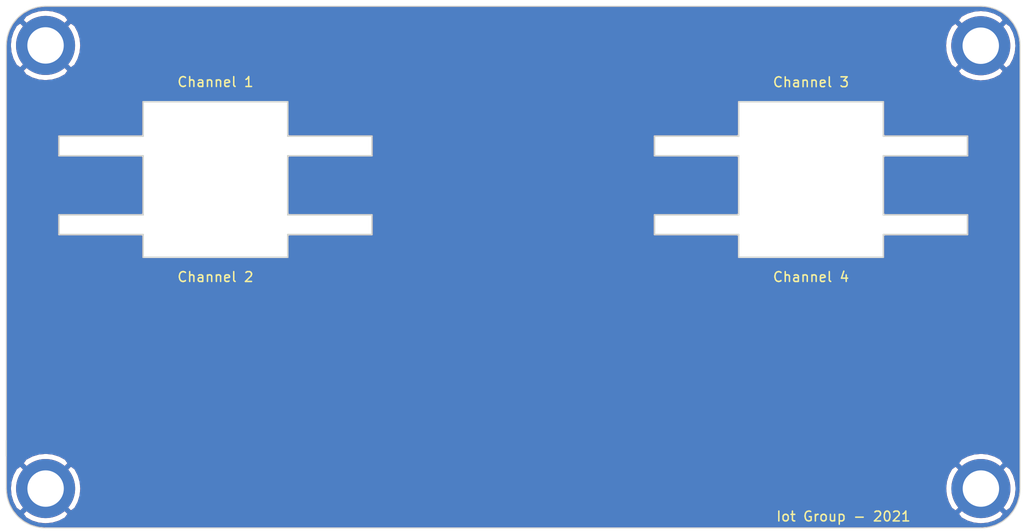
<source format=kicad_pcb>
(kicad_pcb (version 20171130) (host pcbnew 5.1.10-88a1d61d58~90~ubuntu20.04.1)

  (general
    (thickness 1.6)
    (drawings 54)
    (tracks 0)
    (zones 0)
    (modules 4)
    (nets 2)
  )

  (page A4)
  (layers
    (0 F.Cu signal)
    (31 B.Cu signal)
    (32 B.Adhes user)
    (33 F.Adhes user)
    (34 B.Paste user)
    (35 F.Paste user)
    (36 B.SilkS user)
    (37 F.SilkS user)
    (38 B.Mask user)
    (39 F.Mask user)
    (40 Dwgs.User user)
    (41 Cmts.User user)
    (42 Eco1.User user)
    (43 Eco2.User user)
    (44 Edge.Cuts user)
    (45 Margin user)
    (46 B.CrtYd user)
    (47 F.CrtYd user)
    (48 B.Fab user)
    (49 F.Fab user)
  )

  (setup
    (last_trace_width 0.25)
    (user_trace_width 0.3)
    (user_trace_width 0.4)
    (user_trace_width 0.5)
    (user_trace_width 0.6)
    (user_trace_width 0.8)
    (user_trace_width 1)
    (user_trace_width 0.3)
    (user_trace_width 0.4)
    (user_trace_width 0.5)
    (user_trace_width 0.6)
    (user_trace_width 0.8)
    (user_trace_width 1)
    (user_trace_width 0.3)
    (user_trace_width 0.4)
    (user_trace_width 0.5)
    (user_trace_width 0.6)
    (user_trace_width 0.8)
    (user_trace_width 1)
    (user_trace_width 0.3)
    (user_trace_width 0.4)
    (user_trace_width 0.5)
    (user_trace_width 0.6)
    (user_trace_width 0.8)
    (user_trace_width 1)
    (user_trace_width 0.3)
    (user_trace_width 0.4)
    (user_trace_width 0.5)
    (user_trace_width 0.6)
    (user_trace_width 0.8)
    (user_trace_width 1)
    (user_trace_width 0.3)
    (user_trace_width 0.4)
    (user_trace_width 0.5)
    (user_trace_width 0.6)
    (user_trace_width 0.8)
    (user_trace_width 1)
    (user_trace_width 0.3)
    (user_trace_width 0.4)
    (user_trace_width 0.5)
    (user_trace_width 0.6)
    (user_trace_width 0.8)
    (user_trace_width 1)
    (user_trace_width 0.3)
    (user_trace_width 0.4)
    (user_trace_width 0.5)
    (user_trace_width 0.6)
    (user_trace_width 0.8)
    (user_trace_width 1)
    (user_trace_width 0.3)
    (user_trace_width 0.4)
    (user_trace_width 0.5)
    (user_trace_width 0.6)
    (user_trace_width 0.8)
    (user_trace_width 1)
    (trace_clearance 0.2)
    (zone_clearance 0)
    (zone_45_only no)
    (trace_min 0.2)
    (via_size 0.6)
    (via_drill 0.4)
    (via_min_size 0.4)
    (via_min_drill 0.3)
    (uvia_size 0.3)
    (uvia_drill 0.1)
    (uvias_allowed no)
    (uvia_min_size 0.2)
    (uvia_min_drill 0.1)
    (edge_width 0.15)
    (segment_width 0.15)
    (pcb_text_width 0.3)
    (pcb_text_size 1.5 1.5)
    (mod_edge_width 0.15)
    (mod_text_size 1 1)
    (mod_text_width 0.15)
    (pad_size 6 6)
    (pad_drill 3.7)
    (pad_to_mask_clearance 0.2)
    (aux_axis_origin 0 0)
    (grid_origin 135.39724 84.19084)
    (visible_elements FFFFF77F)
    (pcbplotparams
      (layerselection 0x01000_7ffffffe)
      (usegerberextensions false)
      (usegerberattributes true)
      (usegerberadvancedattributes true)
      (creategerberjobfile false)
      (excludeedgelayer true)
      (linewidth 0.100000)
      (plotframeref false)
      (viasonmask false)
      (mode 1)
      (useauxorigin false)
      (hpglpennumber 1)
      (hpglpenspeed 20)
      (hpglpendiameter 15.000000)
      (psnegative false)
      (psa4output false)
      (plotreference true)
      (plotvalue true)
      (plotinvisibletext false)
      (padsonsilk false)
      (subtractmaskfromsilk false)
      (outputformat 1)
      (mirror false)
      (drillshape 0)
      (scaleselection 1)
      (outputdirectory "GerberPanel/"))
  )

  (net 0 "")
  (net 1 GND)

  (net_class Default "This is the default net class."
    (clearance 0.2)
    (trace_width 0.25)
    (via_dia 0.6)
    (via_drill 0.4)
    (uvia_dia 0.3)
    (uvia_drill 0.1)
    (add_net GND)
  )

  (module Pin_Headers:Pin_Header_Straight_1x01_Pitch2.54mm (layer B.Cu) (tedit 59F76A34) (tstamp 607F3995)
    (at 70.01068 111.85968 180)
    (descr "Through hole straight pin header, 1x01, 2.54mm pitch, single row")
    (tags "Through hole pin header THT 1x01 2.54mm single row")
    (fp_text reference REF** (at 0 2.33) (layer B.SilkS) hide
      (effects (font (size 1 1) (thickness 0.15)) (justify mirror))
    )
    (fp_text value Pin_Header_Straight_1x01_Pitch2.54mm (at 0 -2.33) (layer B.Fab) hide
      (effects (font (size 1 1) (thickness 0.15)) (justify mirror))
    )
    (pad 1 thru_hole circle (at 0 0 180) (size 6 6) (drill 3.7) (layers *.Cu *.Mask)
      (net 1 GND))
    (model ${KISYS3DMOD}/Pin_Headers.3dshapes/Pin_Header_Straight_1x01_Pitch2.54mm.wrl
      (at (xyz 0 0 0))
      (scale (xyz 1 1 1))
      (rotate (xyz 0 0 0))
    )
  )

  (module Pin_Headers:Pin_Header_Straight_1x01_Pitch2.54mm (layer B.Cu) (tedit 59F76A2A) (tstamp 607F38F3)
    (at 165.02192 66.86612 180)
    (descr "Through hole straight pin header, 1x01, 2.54mm pitch, single row")
    (tags "Through hole pin header THT 1x01 2.54mm single row")
    (fp_text reference REF** (at 0 2.33) (layer B.SilkS) hide
      (effects (font (size 1 1) (thickness 0.15)) (justify mirror))
    )
    (fp_text value Pin_Header_Straight_1x01_Pitch2.54mm (at 0 -2.33) (layer B.Fab) hide
      (effects (font (size 1 1) (thickness 0.15)) (justify mirror))
    )
    (pad 1 thru_hole circle (at 0 0 180) (size 6 6) (drill 3.7) (layers *.Cu *.Mask)
      (net 1 GND))
    (model ${KISYS3DMOD}/Pin_Headers.3dshapes/Pin_Header_Straight_1x01_Pitch2.54mm.wrl
      (at (xyz 0 0 0))
      (scale (xyz 1 1 1))
      (rotate (xyz 0 0 0))
    )
  )

  (module Pin_Headers:Pin_Header_Straight_1x01_Pitch2.54mm (layer B.Cu) (tedit 59F76A30) (tstamp 607F3986)
    (at 70.0056 66.83564 180)
    (descr "Through hole straight pin header, 1x01, 2.54mm pitch, single row")
    (tags "Through hole pin header THT 1x01 2.54mm single row")
    (fp_text reference REF** (at 0 2.33) (layer B.SilkS) hide
      (effects (font (size 1 1) (thickness 0.15)) (justify mirror))
    )
    (fp_text value Pin_Header_Straight_1x01_Pitch2.54mm (at 0 -2.33) (layer B.Fab) hide
      (effects (font (size 1 1) (thickness 0.15)) (justify mirror))
    )
    (pad 1 thru_hole circle (at 0 0 180) (size 6 6) (drill 3.7) (layers *.Cu *.Mask)
      (net 1 GND))
    (model ${KISYS3DMOD}/Pin_Headers.3dshapes/Pin_Header_Straight_1x01_Pitch2.54mm.wrl
      (at (xyz 0 0 0))
      (scale (xyz 1 1 1))
      (rotate (xyz 0 0 0))
    )
  )

  (module Pin_Headers:Pin_Header_Straight_1x01_Pitch2.54mm (layer B.Cu) (tedit 59F76A38) (tstamp 607F39B6)
    (at 165.03716 111.85968 180)
    (descr "Through hole straight pin header, 1x01, 2.54mm pitch, single row")
    (tags "Through hole pin header THT 1x01 2.54mm single row")
    (fp_text reference REF** (at 0 2.33) (layer B.SilkS) hide
      (effects (font (size 1 1) (thickness 0.15)) (justify mirror))
    )
    (fp_text value Pin_Header_Straight_1x01_Pitch2.54mm (at 0 -2.33) (layer B.Fab) hide
      (effects (font (size 1 1) (thickness 0.15)) (justify mirror))
    )
    (pad 1 thru_hole circle (at 0 0 180) (size 6 6) (drill 3.7) (layers *.Cu *.Mask)
      (net 1 GND))
    (model ${KISYS3DMOD}/Pin_Headers.3dshapes/Pin_Header_Straight_1x01_Pitch2.54mm.wrl
      (at (xyz 0 0 0))
      (scale (xyz 1 1 1))
      (rotate (xyz 0 0 0))
    )
  )

  (gr_text "Iot Group - 2021" (at 151.07724 114.69084) (layer F.SilkS)
    (effects (font (size 1 1) (thickness 0.15)))
  )
  (gr_text "Channel 4" (at 147.77724 90.36084) (layer F.SilkS)
    (effects (font (size 1 1) (thickness 0.15)))
  )
  (gr_text "Channel 3" (at 147.77724 70.57084) (layer F.SilkS) (tstamp 6160538A)
    (effects (font (size 1 1) (thickness 0.15)))
  )
  (gr_text "Channel 2" (at 87.26724 90.36084) (layer F.SilkS) (tstamp 6160539E)
    (effects (font (size 1 1) (thickness 0.15)))
  )
  (gr_text "Channel 1" (at 87.26724 70.55084) (layer F.SilkS) (tstamp 6160535E)
    (effects (font (size 1 1) (thickness 0.15)))
  )
  (gr_line (start 155.12724 72.56084) (end 140.42724 72.56084) (layer Edge.Cuts) (width 0.15) (tstamp 61545FE7))
  (gr_line (start 155.12724 76.05084) (end 155.12724 72.56084) (layer Edge.Cuts) (width 0.15))
  (gr_line (start 163.67724 76.05084) (end 155.12724 76.05084) (layer Edge.Cuts) (width 0.15))
  (gr_line (start 163.67724 78.05084) (end 163.67724 76.05084) (layer Edge.Cuts) (width 0.15))
  (gr_line (start 155.12724 78.05084) (end 163.67724 78.05084) (layer Edge.Cuts) (width 0.15))
  (gr_line (start 155.12724 84.05084) (end 155.12724 78.05084) (layer Edge.Cuts) (width 0.15))
  (gr_line (start 163.67724 84.05084) (end 155.12724 84.05084) (layer Edge.Cuts) (width 0.15))
  (gr_line (start 163.67724 86.05084) (end 163.67724 84.05084) (layer Edge.Cuts) (width 0.15))
  (gr_line (start 155.12724 86.05084) (end 163.67724 86.05084) (layer Edge.Cuts) (width 0.15))
  (gr_line (start 155.12724 88.36084) (end 155.12724 86.05084) (layer Edge.Cuts) (width 0.15))
  (gr_line (start 140.42724 88.36084) (end 155.12724 88.36084) (layer Edge.Cuts) (width 0.15))
  (gr_line (start 140.42724 86.05084) (end 140.42724 88.36084) (layer Edge.Cuts) (width 0.15))
  (gr_line (start 131.87724 86.05084) (end 140.42724 86.05084) (layer Edge.Cuts) (width 0.15))
  (gr_line (start 131.87724 84.05084) (end 131.87724 86.05084) (layer Edge.Cuts) (width 0.15))
  (gr_line (start 140.42724 84.05084) (end 131.87724 84.05084) (layer Edge.Cuts) (width 0.15))
  (gr_line (start 140.42724 78.05084) (end 140.42724 84.05084) (layer Edge.Cuts) (width 0.15))
  (gr_line (start 131.87724 78.05084) (end 140.42724 78.05084) (layer Edge.Cuts) (width 0.15))
  (gr_line (start 131.87724 76.05084) (end 131.87724 78.05084) (layer Edge.Cuts) (width 0.15))
  (gr_line (start 140.42724 76.05084) (end 131.87724 76.05084) (layer Edge.Cuts) (width 0.15))
  (gr_line (start 79.91724 72.56084) (end 79.91724 76.05084) (layer Edge.Cuts) (width 0.15) (tstamp 61545F79))
  (gr_line (start 94.61724 72.56084) (end 79.91724 72.56084) (layer Edge.Cuts) (width 0.15))
  (gr_line (start 94.61724 76.05084) (end 94.61724 72.56084) (layer Edge.Cuts) (width 0.15))
  (gr_line (start 103.16724 76.05084) (end 94.61724 76.05084) (layer Edge.Cuts) (width 0.15))
  (gr_line (start 103.16724 78.05084) (end 103.16724 76.05084) (layer Edge.Cuts) (width 0.15))
  (gr_line (start 94.61724 78.05084) (end 103.16724 78.05084) (layer Edge.Cuts) (width 0.15))
  (gr_line (start 94.61724 84.05084) (end 94.61724 78.05084) (layer Edge.Cuts) (width 0.15))
  (gr_line (start 103.16724 84.05084) (end 94.61724 84.05084) (layer Edge.Cuts) (width 0.15))
  (gr_line (start 103.16724 86.05084) (end 103.16724 84.05084) (layer Edge.Cuts) (width 0.15))
  (gr_line (start 94.61724 86.05084) (end 103.16724 86.05084) (layer Edge.Cuts) (width 0.15))
  (gr_line (start 94.61724 88.36084) (end 94.61724 86.05084) (layer Edge.Cuts) (width 0.15))
  (gr_line (start 79.91724 88.36084) (end 94.61724 88.36084) (layer Edge.Cuts) (width 0.15))
  (gr_line (start 79.91724 86.05084) (end 79.91724 88.36084) (layer Edge.Cuts) (width 0.15))
  (gr_line (start 71.36724 86.05084) (end 79.91724 86.05084) (layer Edge.Cuts) (width 0.15))
  (gr_line (start 71.36724 84.05084) (end 71.36724 86.05084) (layer Edge.Cuts) (width 0.15))
  (gr_line (start 79.91724 84.05084) (end 71.36724 84.05084) (layer Edge.Cuts) (width 0.15))
  (gr_line (start 79.91724 78.05084) (end 79.91724 84.05084) (layer Edge.Cuts) (width 0.15))
  (gr_line (start 71.36724 78.05084) (end 79.91724 78.05084) (layer Edge.Cuts) (width 0.15))
  (gr_line (start 71.36724 78.05084) (end 71.36724 76.05084) (layer Edge.Cuts) (width 0.15) (tstamp 61545AF8))
  (gr_line (start 140.42724 76.05084) (end 140.42724 72.56084) (layer Edge.Cuts) (width 0.15) (tstamp 61545EC2))
  (gr_line (start 71.36724 76.05084) (end 79.91724 76.05084) (layer Edge.Cuts) (width 0.15) (tstamp 61545B07))
  (gr_line (start 70.008758 115.85804) (end 165.028758 115.85804) (layer Edge.Cuts) (width 0.1) (tstamp 607F3905))
  (gr_arc (start 70.008758 111.86804) (end 70.008758 115.85804) (angle 90) (layer Edge.Cuts) (width 0.1) (tstamp 607F3902))
  (gr_arc (start 165.028758 111.86804) (end 169.018758 111.86804) (angle 90) (layer Edge.Cuts) (width 0.1) (tstamp 607F3908))
  (gr_line (start 66.018758 108.56804) (end 66.018758 106.96804) (layer Edge.Cuts) (width 0.1) (tstamp 607F38E4))
  (gr_line (start 66.018758 66.84804) (end 66.018758 111.86804) (layer Edge.Cuts) (width 0.1) (tstamp 607F3911))
  (gr_line (start 169.018758 111.86804) (end 169.018758 66.84804) (layer Edge.Cuts) (width 0.1) (tstamp 607F390E))
  (gr_arc (start 165.028758 66.84804) (end 165.028758 62.85804) (angle 90) (layer Edge.Cuts) (width 0.1) (tstamp 607F390B))
  (gr_arc (start 70.008758 66.84804) (end 66.018758 66.84804) (angle 90) (layer Edge.Cuts) (width 0.1) (tstamp 607F38FF))
  (gr_line (start 165.028758 62.85804) (end 70.008758 62.85804) (layer Edge.Cuts) (width 0.1) (tstamp 607F3956))

  (zone (net 1) (net_name GND) (layer F.Cu) (tstamp 61547F62) (hatch edge 0.508)
    (connect_pads (clearance 0))
    (min_thickness 0.254)
    (fill yes (arc_segments 32) (thermal_gap 0.508) (thermal_bridge_width 0.508))
    (polygon
      (pts
        (xy 169.43724 116.28084) (xy 65.37724 116.28084) (xy 65.37724 62.22084) (xy 169.43724 62.22084)
      )
    )
    (filled_polygon
      (pts
        (xy 165.769205 63.10849) (xy 166.481455 63.32353) (xy 167.138373 63.67282) (xy 167.714928 64.143048) (xy 168.189175 64.716312)
        (xy 168.543041 65.370773) (xy 168.763047 66.0815) (xy 168.841693 66.829765) (xy 168.841759 66.848656) (xy 168.841758 111.859386)
        (xy 168.768307 112.608491) (xy 168.553266 113.32074) (xy 168.203979 113.977652) (xy 167.73375 114.554211) (xy 167.160486 115.028457)
        (xy 166.506025 115.382323) (xy 165.795298 115.602329) (xy 165.047033 115.680975) (xy 165.028429 115.68104) (xy 70.017412 115.68104)
        (xy 69.268307 115.607589) (xy 68.556058 115.392548) (xy 67.899146 115.043261) (xy 67.322587 114.573032) (xy 67.194636 114.418366)
        (xy 67.631599 114.418366) (xy 67.967786 114.887548) (xy 68.597748 115.227917) (xy 69.282007 115.438846) (xy 69.994269 115.51223)
        (xy 70.707162 115.445249) (xy 71.393289 115.240476) (xy 72.026283 114.905782) (xy 72.053574 114.887548) (xy 72.389761 114.418366)
        (xy 162.658079 114.418366) (xy 162.994266 114.887548) (xy 163.624228 115.227917) (xy 164.308487 115.438846) (xy 165.020749 115.51223)
        (xy 165.733642 115.445249) (xy 166.419769 115.240476) (xy 167.052763 114.905782) (xy 167.080054 114.887548) (xy 167.416241 114.418366)
        (xy 165.03716 112.039285) (xy 162.658079 114.418366) (xy 72.389761 114.418366) (xy 70.01068 112.039285) (xy 67.631599 114.418366)
        (xy 67.194636 114.418366) (xy 66.848341 113.999768) (xy 66.494475 113.345307) (xy 66.274469 112.63458) (xy 66.195823 111.886315)
        (xy 66.195758 111.867711) (xy 66.195758 111.843269) (xy 66.35813 111.843269) (xy 66.425111 112.556162) (xy 66.629884 113.242289)
        (xy 66.964578 113.875283) (xy 66.982812 113.902574) (xy 67.451994 114.238761) (xy 69.831075 111.85968) (xy 70.190285 111.85968)
        (xy 72.569366 114.238761) (xy 73.038548 113.902574) (xy 73.378917 113.272612) (xy 73.589846 112.588353) (xy 73.66323 111.876091)
        (xy 73.660147 111.843269) (xy 161.38461 111.843269) (xy 161.451591 112.556162) (xy 161.656364 113.242289) (xy 161.991058 113.875283)
        (xy 162.009292 113.902574) (xy 162.478474 114.238761) (xy 164.857555 111.85968) (xy 165.216765 111.85968) (xy 167.595846 114.238761)
        (xy 168.065028 113.902574) (xy 168.405397 113.272612) (xy 168.616326 112.588353) (xy 168.68971 111.876091) (xy 168.622729 111.163198)
        (xy 168.417956 110.477071) (xy 168.083262 109.844077) (xy 168.065028 109.816786) (xy 167.595846 109.480599) (xy 165.216765 111.85968)
        (xy 164.857555 111.85968) (xy 162.478474 109.480599) (xy 162.009292 109.816786) (xy 161.668923 110.446748) (xy 161.457994 111.131007)
        (xy 161.38461 111.843269) (xy 73.660147 111.843269) (xy 73.596249 111.163198) (xy 73.391476 110.477071) (xy 73.056782 109.844077)
        (xy 73.038548 109.816786) (xy 72.569366 109.480599) (xy 70.190285 111.85968) (xy 69.831075 111.85968) (xy 67.451994 109.480599)
        (xy 66.982812 109.816786) (xy 66.642443 110.446748) (xy 66.431514 111.131007) (xy 66.35813 111.843269) (xy 66.195758 111.843269)
        (xy 66.195758 109.300994) (xy 67.631599 109.300994) (xy 70.01068 111.680075) (xy 72.389761 109.300994) (xy 162.658079 109.300994)
        (xy 165.03716 111.680075) (xy 167.416241 109.300994) (xy 167.080054 108.831812) (xy 166.450092 108.491443) (xy 165.765833 108.280514)
        (xy 165.053571 108.20713) (xy 164.340678 108.274111) (xy 163.654551 108.478884) (xy 163.021557 108.813578) (xy 162.994266 108.831812)
        (xy 162.658079 109.300994) (xy 72.389761 109.300994) (xy 72.053574 108.831812) (xy 71.423612 108.491443) (xy 70.739353 108.280514)
        (xy 70.027091 108.20713) (xy 69.314198 108.274111) (xy 68.628071 108.478884) (xy 67.995077 108.813578) (xy 67.967786 108.831812)
        (xy 67.631599 109.300994) (xy 66.195758 109.300994) (xy 66.195758 76.05084) (xy 71.164263 76.05084) (xy 71.165241 76.06077)
        (xy 71.16524 78.04092) (xy 71.164263 78.05084) (xy 71.168163 78.090439) (xy 71.179714 78.128516) (xy 71.198471 78.163608)
        (xy 71.223714 78.194366) (xy 71.254472 78.219609) (xy 71.289564 78.238366) (xy 71.327641 78.249917) (xy 71.36724 78.253817)
        (xy 71.37716 78.25284) (xy 79.71524 78.25284) (xy 79.715241 83.84884) (xy 71.37716 83.84884) (xy 71.36724 83.847863)
        (xy 71.35732 83.84884) (xy 71.327641 83.851763) (xy 71.289564 83.863314) (xy 71.254472 83.882071) (xy 71.223714 83.907314)
        (xy 71.198471 83.938072) (xy 71.179714 83.973164) (xy 71.168163 84.011241) (xy 71.164263 84.05084) (xy 71.16524 84.060759)
        (xy 71.165241 86.04091) (xy 71.164263 86.05084) (xy 71.168163 86.090439) (xy 71.179714 86.128516) (xy 71.198471 86.163608)
        (xy 71.223714 86.194366) (xy 71.254472 86.219609) (xy 71.289564 86.238366) (xy 71.327641 86.249917) (xy 71.35732 86.25284)
        (xy 71.36724 86.253817) (xy 71.37716 86.25284) (xy 79.71524 86.25284) (xy 79.715241 88.35091) (xy 79.714263 88.36084)
        (xy 79.718163 88.400439) (xy 79.729714 88.438516) (xy 79.748471 88.473608) (xy 79.773714 88.504366) (xy 79.804472 88.529609)
        (xy 79.839564 88.548366) (xy 79.877641 88.559917) (xy 79.90732 88.56284) (xy 79.91724 88.563817) (xy 79.92716 88.56284)
        (xy 94.60732 88.56284) (xy 94.61724 88.563817) (xy 94.62716 88.56284) (xy 94.656839 88.559917) (xy 94.694916 88.548366)
        (xy 94.730008 88.529609) (xy 94.760766 88.504366) (xy 94.786009 88.473608) (xy 94.804766 88.438516) (xy 94.816317 88.400439)
        (xy 94.820217 88.36084) (xy 94.81924 88.35092) (xy 94.81924 86.25284) (xy 103.15732 86.25284) (xy 103.16724 86.253817)
        (xy 103.17716 86.25284) (xy 103.206839 86.249917) (xy 103.244916 86.238366) (xy 103.280008 86.219609) (xy 103.310766 86.194366)
        (xy 103.336009 86.163608) (xy 103.354766 86.128516) (xy 103.366317 86.090439) (xy 103.370217 86.05084) (xy 103.36924 86.04092)
        (xy 103.36924 84.060759) (xy 103.370217 84.05084) (xy 103.366317 84.011241) (xy 103.354766 83.973164) (xy 103.336009 83.938072)
        (xy 103.310766 83.907314) (xy 103.280008 83.882071) (xy 103.244916 83.863314) (xy 103.206839 83.851763) (xy 103.17716 83.84884)
        (xy 103.16724 83.847863) (xy 103.15732 83.84884) (xy 94.81924 83.84884) (xy 94.81924 78.25284) (xy 103.15732 78.25284)
        (xy 103.16724 78.253817) (xy 103.17716 78.25284) (xy 103.206839 78.249917) (xy 103.244916 78.238366) (xy 103.280008 78.219609)
        (xy 103.310766 78.194366) (xy 103.336009 78.163608) (xy 103.354766 78.128516) (xy 103.366317 78.090439) (xy 103.370217 78.05084)
        (xy 103.36924 78.04092) (xy 103.36924 76.060759) (xy 103.370217 76.05084) (xy 131.674263 76.05084) (xy 131.67524 76.060759)
        (xy 131.675241 78.04091) (xy 131.674263 78.05084) (xy 131.678163 78.090439) (xy 131.689714 78.128516) (xy 131.708471 78.163608)
        (xy 131.733714 78.194366) (xy 131.764472 78.219609) (xy 131.799564 78.238366) (xy 131.837641 78.249917) (xy 131.86732 78.25284)
        (xy 131.87724 78.253817) (xy 131.88716 78.25284) (xy 140.22524 78.25284) (xy 140.225241 83.84884) (xy 131.88716 83.84884)
        (xy 131.87724 83.847863) (xy 131.86732 83.84884) (xy 131.837641 83.851763) (xy 131.799564 83.863314) (xy 131.764472 83.882071)
        (xy 131.733714 83.907314) (xy 131.708471 83.938072) (xy 131.689714 83.973164) (xy 131.678163 84.011241) (xy 131.674263 84.05084)
        (xy 131.67524 84.060759) (xy 131.675241 86.04091) (xy 131.674263 86.05084) (xy 131.678163 86.090439) (xy 131.689714 86.128516)
        (xy 131.708471 86.163608) (xy 131.733714 86.194366) (xy 131.764472 86.219609) (xy 131.799564 86.238366) (xy 131.837641 86.249917)
        (xy 131.86732 86.25284) (xy 131.87724 86.253817) (xy 131.88716 86.25284) (xy 140.22524 86.25284) (xy 140.225241 88.35091)
        (xy 140.224263 88.36084) (xy 140.228163 88.400439) (xy 140.239714 88.438516) (xy 140.258471 88.473608) (xy 140.283714 88.504366)
        (xy 140.314472 88.529609) (xy 140.349564 88.548366) (xy 140.387641 88.559917) (xy 140.41732 88.56284) (xy 140.42724 88.563817)
        (xy 140.43716 88.56284) (xy 155.11732 88.56284) (xy 155.12724 88.563817) (xy 155.13716 88.56284) (xy 155.166839 88.559917)
        (xy 155.204916 88.548366) (xy 155.240008 88.529609) (xy 155.270766 88.504366) (xy 155.296009 88.473608) (xy 155.314766 88.438516)
        (xy 155.326317 88.400439) (xy 155.330217 88.36084) (xy 155.32924 88.35092) (xy 155.32924 86.25284) (xy 163.66732 86.25284)
        (xy 163.67724 86.253817) (xy 163.68716 86.25284) (xy 163.716839 86.249917) (xy 163.754916 86.238366) (xy 163.790008 86.219609)
        (xy 163.820766 86.194366) (xy 163.846009 86.163608) (xy 163.864766 86.128516) (xy 163.876317 86.090439) (xy 163.880217 86.05084)
        (xy 163.87924 86.04092) (xy 163.87924 84.060759) (xy 163.880217 84.05084) (xy 163.876317 84.011241) (xy 163.864766 83.973164)
        (xy 163.846009 83.938072) (xy 163.820766 83.907314) (xy 163.790008 83.882071) (xy 163.754916 83.863314) (xy 163.716839 83.851763)
        (xy 163.68716 83.84884) (xy 163.67724 83.847863) (xy 163.66732 83.84884) (xy 155.32924 83.84884) (xy 155.32924 78.25284)
        (xy 163.66732 78.25284) (xy 163.67724 78.253817) (xy 163.68716 78.25284) (xy 163.716839 78.249917) (xy 163.754916 78.238366)
        (xy 163.790008 78.219609) (xy 163.820766 78.194366) (xy 163.846009 78.163608) (xy 163.864766 78.128516) (xy 163.876317 78.090439)
        (xy 163.880217 78.05084) (xy 163.87924 78.04092) (xy 163.87924 76.060759) (xy 163.880217 76.05084) (xy 163.876317 76.011241)
        (xy 163.864766 75.973164) (xy 163.846009 75.938072) (xy 163.820766 75.907314) (xy 163.790008 75.882071) (xy 163.754916 75.863314)
        (xy 163.716839 75.851763) (xy 163.68716 75.84884) (xy 163.67724 75.847863) (xy 163.66732 75.84884) (xy 155.32924 75.84884)
        (xy 155.32924 72.57076) (xy 155.330217 72.56084) (xy 155.326317 72.521241) (xy 155.314766 72.483164) (xy 155.296009 72.448072)
        (xy 155.270766 72.417314) (xy 155.240008 72.392071) (xy 155.204916 72.373314) (xy 155.166839 72.361763) (xy 155.13716 72.35884)
        (xy 155.12724 72.357863) (xy 155.11732 72.35884) (xy 140.43716 72.35884) (xy 140.42724 72.357863) (xy 140.41732 72.35884)
        (xy 140.387641 72.361763) (xy 140.349564 72.373314) (xy 140.314472 72.392071) (xy 140.283714 72.417314) (xy 140.258471 72.448072)
        (xy 140.239714 72.483164) (xy 140.228163 72.521241) (xy 140.224263 72.56084) (xy 140.225241 72.57077) (xy 140.22524 75.84884)
        (xy 131.88716 75.84884) (xy 131.87724 75.847863) (xy 131.86732 75.84884) (xy 131.837641 75.851763) (xy 131.799564 75.863314)
        (xy 131.764472 75.882071) (xy 131.733714 75.907314) (xy 131.708471 75.938072) (xy 131.689714 75.973164) (xy 131.678163 76.011241)
        (xy 131.674263 76.05084) (xy 103.370217 76.05084) (xy 103.366317 76.011241) (xy 103.354766 75.973164) (xy 103.336009 75.938072)
        (xy 103.310766 75.907314) (xy 103.280008 75.882071) (xy 103.244916 75.863314) (xy 103.206839 75.851763) (xy 103.17716 75.84884)
        (xy 103.16724 75.847863) (xy 103.15732 75.84884) (xy 94.81924 75.84884) (xy 94.81924 72.57076) (xy 94.820217 72.56084)
        (xy 94.816317 72.521241) (xy 94.804766 72.483164) (xy 94.786009 72.448072) (xy 94.760766 72.417314) (xy 94.730008 72.392071)
        (xy 94.694916 72.373314) (xy 94.656839 72.361763) (xy 94.62716 72.35884) (xy 94.61724 72.357863) (xy 94.60732 72.35884)
        (xy 79.92716 72.35884) (xy 79.91724 72.357863) (xy 79.90732 72.35884) (xy 79.877641 72.361763) (xy 79.839564 72.373314)
        (xy 79.804472 72.392071) (xy 79.773714 72.417314) (xy 79.748471 72.448072) (xy 79.729714 72.483164) (xy 79.718163 72.521241)
        (xy 79.714263 72.56084) (xy 79.71524 72.57076) (xy 79.715241 75.84884) (xy 71.37716 75.84884) (xy 71.36724 75.847863)
        (xy 71.35732 75.84884) (xy 71.327641 75.851763) (xy 71.289564 75.863314) (xy 71.254472 75.882071) (xy 71.223714 75.907314)
        (xy 71.198471 75.938072) (xy 71.179714 75.973164) (xy 71.168163 76.011241) (xy 71.164263 76.05084) (xy 66.195758 76.05084)
        (xy 66.195758 69.394326) (xy 67.626519 69.394326) (xy 67.962706 69.863508) (xy 68.592668 70.203877) (xy 69.276927 70.414806)
        (xy 69.989189 70.48819) (xy 70.702082 70.421209) (xy 71.388209 70.216436) (xy 72.021203 69.881742) (xy 72.048494 69.863508)
        (xy 72.36284 69.424806) (xy 162.642839 69.424806) (xy 162.979026 69.893988) (xy 163.608988 70.234357) (xy 164.293247 70.445286)
        (xy 165.005509 70.51867) (xy 165.718402 70.451689) (xy 166.404529 70.246916) (xy 167.037523 69.912222) (xy 167.064814 69.893988)
        (xy 167.401001 69.424806) (xy 165.02192 67.045725) (xy 162.642839 69.424806) (xy 72.36284 69.424806) (xy 72.384681 69.394326)
        (xy 70.0056 67.015245) (xy 67.626519 69.394326) (xy 66.195758 69.394326) (xy 66.195758 66.856694) (xy 66.199431 66.819229)
        (xy 66.35305 66.819229) (xy 66.420031 67.532122) (xy 66.624804 68.218249) (xy 66.959498 68.851243) (xy 66.977732 68.878534)
        (xy 67.446914 69.214721) (xy 69.825995 66.83564) (xy 70.185205 66.83564) (xy 72.564286 69.214721) (xy 73.033468 68.878534)
        (xy 73.373837 68.248572) (xy 73.584766 67.564313) (xy 73.65815 66.852051) (xy 73.65793 66.849709) (xy 161.36937 66.849709)
        (xy 161.436351 67.562602) (xy 161.641124 68.248729) (xy 161.975818 68.881723) (xy 161.994052 68.909014) (xy 162.463234 69.245201)
        (xy 164.842315 66.86612) (xy 165.201525 66.86612) (xy 167.580606 69.245201) (xy 168.049788 68.909014) (xy 168.390157 68.279052)
        (xy 168.601086 67.594793) (xy 168.67447 66.882531) (xy 168.607489 66.169638) (xy 168.402716 65.483511) (xy 168.068022 64.850517)
        (xy 168.049788 64.823226) (xy 167.580606 64.487039) (xy 165.201525 66.86612) (xy 164.842315 66.86612) (xy 162.463234 64.487039)
        (xy 161.994052 64.823226) (xy 161.653683 65.453188) (xy 161.442754 66.137447) (xy 161.36937 66.849709) (xy 73.65793 66.849709)
        (xy 73.591169 66.139158) (xy 73.386396 65.453031) (xy 73.051702 64.820037) (xy 73.033468 64.792746) (xy 72.564286 64.456559)
        (xy 70.185205 66.83564) (xy 69.825995 66.83564) (xy 67.446914 64.456559) (xy 66.977732 64.792746) (xy 66.637363 65.422708)
        (xy 66.426434 66.106967) (xy 66.35305 66.819229) (xy 66.199431 66.819229) (xy 66.269208 66.107593) (xy 66.484248 65.395343)
        (xy 66.833538 64.738425) (xy 67.209905 64.276954) (xy 67.626519 64.276954) (xy 70.0056 66.656035) (xy 72.354201 64.307434)
        (xy 162.642839 64.307434) (xy 165.02192 66.686515) (xy 167.401001 64.307434) (xy 167.064814 63.838252) (xy 166.434852 63.497883)
        (xy 165.750593 63.286954) (xy 165.038331 63.21357) (xy 164.325438 63.280551) (xy 163.639311 63.485324) (xy 163.006317 63.820018)
        (xy 162.979026 63.838252) (xy 162.642839 64.307434) (xy 72.354201 64.307434) (xy 72.384681 64.276954) (xy 72.048494 63.807772)
        (xy 71.418532 63.467403) (xy 70.734273 63.256474) (xy 70.022011 63.18309) (xy 69.309118 63.250071) (xy 68.622991 63.454844)
        (xy 67.989997 63.789538) (xy 67.962706 63.807772) (xy 67.626519 64.276954) (xy 67.209905 64.276954) (xy 67.303766 64.16187)
        (xy 67.87703 63.687623) (xy 68.531491 63.333757) (xy 69.242218 63.113751) (xy 69.990483 63.035105) (xy 70.009087 63.03504)
        (xy 165.020104 63.03504)
      )
    )
  )
  (zone (net 1) (net_name GND) (layer B.Cu) (tstamp 61547F5F) (hatch edge 0.508)
    (connect_pads (clearance 0))
    (min_thickness 0.254)
    (fill yes (arc_segments 32) (thermal_gap 0.508) (thermal_bridge_width 0.508))
    (polygon
      (pts
        (xy 169.43724 116.28084) (xy 65.37724 116.28084) (xy 65.37724 62.22084) (xy 169.43724 62.22084)
      )
    )
    (filled_polygon
      (pts
        (xy 165.769205 63.10849) (xy 166.481455 63.32353) (xy 167.138373 63.67282) (xy 167.714928 64.143048) (xy 168.189175 64.716312)
        (xy 168.543041 65.370773) (xy 168.763047 66.0815) (xy 168.841693 66.829765) (xy 168.841759 66.848656) (xy 168.841758 111.859386)
        (xy 168.768307 112.608491) (xy 168.553266 113.32074) (xy 168.203979 113.977652) (xy 167.73375 114.554211) (xy 167.160486 115.028457)
        (xy 166.506025 115.382323) (xy 165.795298 115.602329) (xy 165.047033 115.680975) (xy 165.028429 115.68104) (xy 70.017412 115.68104)
        (xy 69.268307 115.607589) (xy 68.556058 115.392548) (xy 67.899146 115.043261) (xy 67.322587 114.573032) (xy 67.194636 114.418366)
        (xy 67.631599 114.418366) (xy 67.967786 114.887548) (xy 68.597748 115.227917) (xy 69.282007 115.438846) (xy 69.994269 115.51223)
        (xy 70.707162 115.445249) (xy 71.393289 115.240476) (xy 72.026283 114.905782) (xy 72.053574 114.887548) (xy 72.389761 114.418366)
        (xy 162.658079 114.418366) (xy 162.994266 114.887548) (xy 163.624228 115.227917) (xy 164.308487 115.438846) (xy 165.020749 115.51223)
        (xy 165.733642 115.445249) (xy 166.419769 115.240476) (xy 167.052763 114.905782) (xy 167.080054 114.887548) (xy 167.416241 114.418366)
        (xy 165.03716 112.039285) (xy 162.658079 114.418366) (xy 72.389761 114.418366) (xy 70.01068 112.039285) (xy 67.631599 114.418366)
        (xy 67.194636 114.418366) (xy 66.848341 113.999768) (xy 66.494475 113.345307) (xy 66.274469 112.63458) (xy 66.195823 111.886315)
        (xy 66.195758 111.867711) (xy 66.195758 111.843269) (xy 66.35813 111.843269) (xy 66.425111 112.556162) (xy 66.629884 113.242289)
        (xy 66.964578 113.875283) (xy 66.982812 113.902574) (xy 67.451994 114.238761) (xy 69.831075 111.85968) (xy 70.190285 111.85968)
        (xy 72.569366 114.238761) (xy 73.038548 113.902574) (xy 73.378917 113.272612) (xy 73.589846 112.588353) (xy 73.66323 111.876091)
        (xy 73.660147 111.843269) (xy 161.38461 111.843269) (xy 161.451591 112.556162) (xy 161.656364 113.242289) (xy 161.991058 113.875283)
        (xy 162.009292 113.902574) (xy 162.478474 114.238761) (xy 164.857555 111.85968) (xy 165.216765 111.85968) (xy 167.595846 114.238761)
        (xy 168.065028 113.902574) (xy 168.405397 113.272612) (xy 168.616326 112.588353) (xy 168.68971 111.876091) (xy 168.622729 111.163198)
        (xy 168.417956 110.477071) (xy 168.083262 109.844077) (xy 168.065028 109.816786) (xy 167.595846 109.480599) (xy 165.216765 111.85968)
        (xy 164.857555 111.85968) (xy 162.478474 109.480599) (xy 162.009292 109.816786) (xy 161.668923 110.446748) (xy 161.457994 111.131007)
        (xy 161.38461 111.843269) (xy 73.660147 111.843269) (xy 73.596249 111.163198) (xy 73.391476 110.477071) (xy 73.056782 109.844077)
        (xy 73.038548 109.816786) (xy 72.569366 109.480599) (xy 70.190285 111.85968) (xy 69.831075 111.85968) (xy 67.451994 109.480599)
        (xy 66.982812 109.816786) (xy 66.642443 110.446748) (xy 66.431514 111.131007) (xy 66.35813 111.843269) (xy 66.195758 111.843269)
        (xy 66.195758 109.300994) (xy 67.631599 109.300994) (xy 70.01068 111.680075) (xy 72.389761 109.300994) (xy 162.658079 109.300994)
        (xy 165.03716 111.680075) (xy 167.416241 109.300994) (xy 167.080054 108.831812) (xy 166.450092 108.491443) (xy 165.765833 108.280514)
        (xy 165.053571 108.20713) (xy 164.340678 108.274111) (xy 163.654551 108.478884) (xy 163.021557 108.813578) (xy 162.994266 108.831812)
        (xy 162.658079 109.300994) (xy 72.389761 109.300994) (xy 72.053574 108.831812) (xy 71.423612 108.491443) (xy 70.739353 108.280514)
        (xy 70.027091 108.20713) (xy 69.314198 108.274111) (xy 68.628071 108.478884) (xy 67.995077 108.813578) (xy 67.967786 108.831812)
        (xy 67.631599 109.300994) (xy 66.195758 109.300994) (xy 66.195758 76.05084) (xy 71.164263 76.05084) (xy 71.165241 76.06077)
        (xy 71.16524 78.04092) (xy 71.164263 78.05084) (xy 71.168163 78.090439) (xy 71.179714 78.128516) (xy 71.198471 78.163608)
        (xy 71.223714 78.194366) (xy 71.254472 78.219609) (xy 71.289564 78.238366) (xy 71.327641 78.249917) (xy 71.36724 78.253817)
        (xy 71.37716 78.25284) (xy 79.71524 78.25284) (xy 79.715241 83.84884) (xy 71.37716 83.84884) (xy 71.36724 83.847863)
        (xy 71.35732 83.84884) (xy 71.327641 83.851763) (xy 71.289564 83.863314) (xy 71.254472 83.882071) (xy 71.223714 83.907314)
        (xy 71.198471 83.938072) (xy 71.179714 83.973164) (xy 71.168163 84.011241) (xy 71.164263 84.05084) (xy 71.16524 84.060759)
        (xy 71.165241 86.04091) (xy 71.164263 86.05084) (xy 71.168163 86.090439) (xy 71.179714 86.128516) (xy 71.198471 86.163608)
        (xy 71.223714 86.194366) (xy 71.254472 86.219609) (xy 71.289564 86.238366) (xy 71.327641 86.249917) (xy 71.35732 86.25284)
        (xy 71.36724 86.253817) (xy 71.37716 86.25284) (xy 79.71524 86.25284) (xy 79.715241 88.35091) (xy 79.714263 88.36084)
        (xy 79.718163 88.400439) (xy 79.729714 88.438516) (xy 79.748471 88.473608) (xy 79.773714 88.504366) (xy 79.804472 88.529609)
        (xy 79.839564 88.548366) (xy 79.877641 88.559917) (xy 79.90732 88.56284) (xy 79.91724 88.563817) (xy 79.92716 88.56284)
        (xy 94.60732 88.56284) (xy 94.61724 88.563817) (xy 94.62716 88.56284) (xy 94.656839 88.559917) (xy 94.694916 88.548366)
        (xy 94.730008 88.529609) (xy 94.760766 88.504366) (xy 94.786009 88.473608) (xy 94.804766 88.438516) (xy 94.816317 88.400439)
        (xy 94.820217 88.36084) (xy 94.81924 88.35092) (xy 94.81924 86.25284) (xy 103.15732 86.25284) (xy 103.16724 86.253817)
        (xy 103.17716 86.25284) (xy 103.206839 86.249917) (xy 103.244916 86.238366) (xy 103.280008 86.219609) (xy 103.310766 86.194366)
        (xy 103.336009 86.163608) (xy 103.354766 86.128516) (xy 103.366317 86.090439) (xy 103.370217 86.05084) (xy 103.36924 86.04092)
        (xy 103.36924 84.060759) (xy 103.370217 84.05084) (xy 103.366317 84.011241) (xy 103.354766 83.973164) (xy 103.336009 83.938072)
        (xy 103.310766 83.907314) (xy 103.280008 83.882071) (xy 103.244916 83.863314) (xy 103.206839 83.851763) (xy 103.17716 83.84884)
        (xy 103.16724 83.847863) (xy 103.15732 83.84884) (xy 94.81924 83.84884) (xy 94.81924 78.25284) (xy 103.15732 78.25284)
        (xy 103.16724 78.253817) (xy 103.17716 78.25284) (xy 103.206839 78.249917) (xy 103.244916 78.238366) (xy 103.280008 78.219609)
        (xy 103.310766 78.194366) (xy 103.336009 78.163608) (xy 103.354766 78.128516) (xy 103.366317 78.090439) (xy 103.370217 78.05084)
        (xy 103.36924 78.04092) (xy 103.36924 76.060759) (xy 103.370217 76.05084) (xy 131.674263 76.05084) (xy 131.67524 76.060759)
        (xy 131.675241 78.04091) (xy 131.674263 78.05084) (xy 131.678163 78.090439) (xy 131.689714 78.128516) (xy 131.708471 78.163608)
        (xy 131.733714 78.194366) (xy 131.764472 78.219609) (xy 131.799564 78.238366) (xy 131.837641 78.249917) (xy 131.86732 78.25284)
        (xy 131.87724 78.253817) (xy 131.88716 78.25284) (xy 140.22524 78.25284) (xy 140.225241 83.84884) (xy 131.88716 83.84884)
        (xy 131.87724 83.847863) (xy 131.86732 83.84884) (xy 131.837641 83.851763) (xy 131.799564 83.863314) (xy 131.764472 83.882071)
        (xy 131.733714 83.907314) (xy 131.708471 83.938072) (xy 131.689714 83.973164) (xy 131.678163 84.011241) (xy 131.674263 84.05084)
        (xy 131.67524 84.060759) (xy 131.675241 86.04091) (xy 131.674263 86.05084) (xy 131.678163 86.090439) (xy 131.689714 86.128516)
        (xy 131.708471 86.163608) (xy 131.733714 86.194366) (xy 131.764472 86.219609) (xy 131.799564 86.238366) (xy 131.837641 86.249917)
        (xy 131.86732 86.25284) (xy 131.87724 86.253817) (xy 131.88716 86.25284) (xy 140.22524 86.25284) (xy 140.225241 88.35091)
        (xy 140.224263 88.36084) (xy 140.228163 88.400439) (xy 140.239714 88.438516) (xy 140.258471 88.473608) (xy 140.283714 88.504366)
        (xy 140.314472 88.529609) (xy 140.349564 88.548366) (xy 140.387641 88.559917) (xy 140.41732 88.56284) (xy 140.42724 88.563817)
        (xy 140.43716 88.56284) (xy 155.11732 88.56284) (xy 155.12724 88.563817) (xy 155.13716 88.56284) (xy 155.166839 88.559917)
        (xy 155.204916 88.548366) (xy 155.240008 88.529609) (xy 155.270766 88.504366) (xy 155.296009 88.473608) (xy 155.314766 88.438516)
        (xy 155.326317 88.400439) (xy 155.330217 88.36084) (xy 155.32924 88.35092) (xy 155.32924 86.25284) (xy 163.66732 86.25284)
        (xy 163.67724 86.253817) (xy 163.68716 86.25284) (xy 163.716839 86.249917) (xy 163.754916 86.238366) (xy 163.790008 86.219609)
        (xy 163.820766 86.194366) (xy 163.846009 86.163608) (xy 163.864766 86.128516) (xy 163.876317 86.090439) (xy 163.880217 86.05084)
        (xy 163.87924 86.04092) (xy 163.87924 84.060759) (xy 163.880217 84.05084) (xy 163.876317 84.011241) (xy 163.864766 83.973164)
        (xy 163.846009 83.938072) (xy 163.820766 83.907314) (xy 163.790008 83.882071) (xy 163.754916 83.863314) (xy 163.716839 83.851763)
        (xy 163.68716 83.84884) (xy 163.67724 83.847863) (xy 163.66732 83.84884) (xy 155.32924 83.84884) (xy 155.32924 78.25284)
        (xy 163.66732 78.25284) (xy 163.67724 78.253817) (xy 163.68716 78.25284) (xy 163.716839 78.249917) (xy 163.754916 78.238366)
        (xy 163.790008 78.219609) (xy 163.820766 78.194366) (xy 163.846009 78.163608) (xy 163.864766 78.128516) (xy 163.876317 78.090439)
        (xy 163.880217 78.05084) (xy 163.87924 78.04092) (xy 163.87924 76.060759) (xy 163.880217 76.05084) (xy 163.876317 76.011241)
        (xy 163.864766 75.973164) (xy 163.846009 75.938072) (xy 163.820766 75.907314) (xy 163.790008 75.882071) (xy 163.754916 75.863314)
        (xy 163.716839 75.851763) (xy 163.68716 75.84884) (xy 163.67724 75.847863) (xy 163.66732 75.84884) (xy 155.32924 75.84884)
        (xy 155.32924 72.57076) (xy 155.330217 72.56084) (xy 155.326317 72.521241) (xy 155.314766 72.483164) (xy 155.296009 72.448072)
        (xy 155.270766 72.417314) (xy 155.240008 72.392071) (xy 155.204916 72.373314) (xy 155.166839 72.361763) (xy 155.13716 72.35884)
        (xy 155.12724 72.357863) (xy 155.11732 72.35884) (xy 140.43716 72.35884) (xy 140.42724 72.357863) (xy 140.41732 72.35884)
        (xy 140.387641 72.361763) (xy 140.349564 72.373314) (xy 140.314472 72.392071) (xy 140.283714 72.417314) (xy 140.258471 72.448072)
        (xy 140.239714 72.483164) (xy 140.228163 72.521241) (xy 140.224263 72.56084) (xy 140.225241 72.57077) (xy 140.22524 75.84884)
        (xy 131.88716 75.84884) (xy 131.87724 75.847863) (xy 131.86732 75.84884) (xy 131.837641 75.851763) (xy 131.799564 75.863314)
        (xy 131.764472 75.882071) (xy 131.733714 75.907314) (xy 131.708471 75.938072) (xy 131.689714 75.973164) (xy 131.678163 76.011241)
        (xy 131.674263 76.05084) (xy 103.370217 76.05084) (xy 103.366317 76.011241) (xy 103.354766 75.973164) (xy 103.336009 75.938072)
        (xy 103.310766 75.907314) (xy 103.280008 75.882071) (xy 103.244916 75.863314) (xy 103.206839 75.851763) (xy 103.17716 75.84884)
        (xy 103.16724 75.847863) (xy 103.15732 75.84884) (xy 94.81924 75.84884) (xy 94.81924 72.57076) (xy 94.820217 72.56084)
        (xy 94.816317 72.521241) (xy 94.804766 72.483164) (xy 94.786009 72.448072) (xy 94.760766 72.417314) (xy 94.730008 72.392071)
        (xy 94.694916 72.373314) (xy 94.656839 72.361763) (xy 94.62716 72.35884) (xy 94.61724 72.357863) (xy 94.60732 72.35884)
        (xy 79.92716 72.35884) (xy 79.91724 72.357863) (xy 79.90732 72.35884) (xy 79.877641 72.361763) (xy 79.839564 72.373314)
        (xy 79.804472 72.392071) (xy 79.773714 72.417314) (xy 79.748471 72.448072) (xy 79.729714 72.483164) (xy 79.718163 72.521241)
        (xy 79.714263 72.56084) (xy 79.71524 72.57076) (xy 79.715241 75.84884) (xy 71.37716 75.84884) (xy 71.36724 75.847863)
        (xy 71.35732 75.84884) (xy 71.327641 75.851763) (xy 71.289564 75.863314) (xy 71.254472 75.882071) (xy 71.223714 75.907314)
        (xy 71.198471 75.938072) (xy 71.179714 75.973164) (xy 71.168163 76.011241) (xy 71.164263 76.05084) (xy 66.195758 76.05084)
        (xy 66.195758 69.394326) (xy 67.626519 69.394326) (xy 67.962706 69.863508) (xy 68.592668 70.203877) (xy 69.276927 70.414806)
        (xy 69.989189 70.48819) (xy 70.702082 70.421209) (xy 71.388209 70.216436) (xy 72.021203 69.881742) (xy 72.048494 69.863508)
        (xy 72.36284 69.424806) (xy 162.642839 69.424806) (xy 162.979026 69.893988) (xy 163.608988 70.234357) (xy 164.293247 70.445286)
        (xy 165.005509 70.51867) (xy 165.718402 70.451689) (xy 166.404529 70.246916) (xy 167.037523 69.912222) (xy 167.064814 69.893988)
        (xy 167.401001 69.424806) (xy 165.02192 67.045725) (xy 162.642839 69.424806) (xy 72.36284 69.424806) (xy 72.384681 69.394326)
        (xy 70.0056 67.015245) (xy 67.626519 69.394326) (xy 66.195758 69.394326) (xy 66.195758 66.856694) (xy 66.199431 66.819229)
        (xy 66.35305 66.819229) (xy 66.420031 67.532122) (xy 66.624804 68.218249) (xy 66.959498 68.851243) (xy 66.977732 68.878534)
        (xy 67.446914 69.214721) (xy 69.825995 66.83564) (xy 70.185205 66.83564) (xy 72.564286 69.214721) (xy 73.033468 68.878534)
        (xy 73.373837 68.248572) (xy 73.584766 67.564313) (xy 73.65815 66.852051) (xy 73.65793 66.849709) (xy 161.36937 66.849709)
        (xy 161.436351 67.562602) (xy 161.641124 68.248729) (xy 161.975818 68.881723) (xy 161.994052 68.909014) (xy 162.463234 69.245201)
        (xy 164.842315 66.86612) (xy 165.201525 66.86612) (xy 167.580606 69.245201) (xy 168.049788 68.909014) (xy 168.390157 68.279052)
        (xy 168.601086 67.594793) (xy 168.67447 66.882531) (xy 168.607489 66.169638) (xy 168.402716 65.483511) (xy 168.068022 64.850517)
        (xy 168.049788 64.823226) (xy 167.580606 64.487039) (xy 165.201525 66.86612) (xy 164.842315 66.86612) (xy 162.463234 64.487039)
        (xy 161.994052 64.823226) (xy 161.653683 65.453188) (xy 161.442754 66.137447) (xy 161.36937 66.849709) (xy 73.65793 66.849709)
        (xy 73.591169 66.139158) (xy 73.386396 65.453031) (xy 73.051702 64.820037) (xy 73.033468 64.792746) (xy 72.564286 64.456559)
        (xy 70.185205 66.83564) (xy 69.825995 66.83564) (xy 67.446914 64.456559) (xy 66.977732 64.792746) (xy 66.637363 65.422708)
        (xy 66.426434 66.106967) (xy 66.35305 66.819229) (xy 66.199431 66.819229) (xy 66.269208 66.107593) (xy 66.484248 65.395343)
        (xy 66.833538 64.738425) (xy 67.209905 64.276954) (xy 67.626519 64.276954) (xy 70.0056 66.656035) (xy 72.354201 64.307434)
        (xy 162.642839 64.307434) (xy 165.02192 66.686515) (xy 167.401001 64.307434) (xy 167.064814 63.838252) (xy 166.434852 63.497883)
        (xy 165.750593 63.286954) (xy 165.038331 63.21357) (xy 164.325438 63.280551) (xy 163.639311 63.485324) (xy 163.006317 63.820018)
        (xy 162.979026 63.838252) (xy 162.642839 64.307434) (xy 72.354201 64.307434) (xy 72.384681 64.276954) (xy 72.048494 63.807772)
        (xy 71.418532 63.467403) (xy 70.734273 63.256474) (xy 70.022011 63.18309) (xy 69.309118 63.250071) (xy 68.622991 63.454844)
        (xy 67.989997 63.789538) (xy 67.962706 63.807772) (xy 67.626519 64.276954) (xy 67.209905 64.276954) (xy 67.303766 64.16187)
        (xy 67.87703 63.687623) (xy 68.531491 63.333757) (xy 69.242218 63.113751) (xy 69.990483 63.035105) (xy 70.009087 63.03504)
        (xy 165.020104 63.03504)
      )
    )
  )
)

</source>
